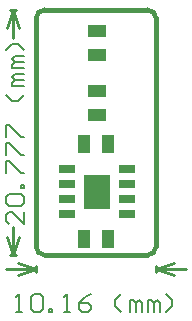
<source format=gtp>
G04 Layer_Color=8421504*
%FSLAX44Y44*%
%MOMM*%
G71*
G01*
G75*
%ADD10R,1.5240X1.0160*%
%ADD11R,1.0160X1.5240*%
%ADD12R,1.4000X0.7000*%
%ADD13R,2.2600X2.9900*%
%ADD15C,0.4000*%
%ADD16C,0.2540*%
%ADD17C,0.1524*%
D10*
X237236Y277114D02*
D03*
Y256794D02*
D03*
Y328168D02*
D03*
Y307848D02*
D03*
D11*
X226568Y232156D02*
D03*
X246888D02*
D03*
Y151892D02*
D03*
X226568D02*
D03*
D12*
X211482Y211074D02*
D03*
Y198374D02*
D03*
Y185674D02*
D03*
Y172974D02*
D03*
X262482Y211074D02*
D03*
Y198374D02*
D03*
Y185674D02*
D03*
Y172974D02*
D03*
D13*
X236982Y192024D02*
D03*
D15*
X185674Y145542D02*
G03*
X193040Y138176I7366J0D01*
G01*
X279908D02*
G03*
X287274Y145542I0J7366D01*
G01*
X287270Y338582D02*
G03*
X279904Y345948I-7366J0D01*
G01*
X193040D02*
G03*
X185674Y338582I0J-7366D01*
G01*
X193040Y138176D02*
X279908D01*
X287270Y145542D02*
X287274D01*
X287270D02*
Y338582D01*
X193040Y345948D02*
X279904D01*
X185674Y145542D02*
Y338582D01*
D16*
X287274Y123698D02*
Y128778D01*
X185678Y123698D02*
Y128778D01*
X287274Y126238D02*
X302514Y121158D01*
X287274Y126238D02*
X302514Y131318D01*
X170438Y121158D02*
X185678Y126238D01*
X170438Y131318D02*
X185678Y126238D01*
X287274D02*
X312674D01*
X160278D02*
X185678D01*
X163832Y345923D02*
X168913D01*
X163832Y138151D02*
X168913D01*
X166373Y345923D02*
X171453Y330683D01*
X161292D02*
X166373Y345923D01*
Y138151D02*
X171453Y153391D01*
X161292D02*
X166373Y138151D01*
Y322277D02*
Y345923D01*
Y138151D02*
Y161798D01*
D17*
X168933Y89672D02*
X174012D01*
X171473D01*
Y104907D01*
X168933Y102368D01*
X181629D02*
X184168Y104907D01*
X189247D01*
X191786Y102368D01*
Y92211D01*
X189247Y89672D01*
X184168D01*
X181629Y92211D01*
Y102368D01*
X196864Y89672D02*
Y92211D01*
X199403D01*
Y89672D01*
X196864D01*
X209560D02*
X214639D01*
X212099D01*
Y104907D01*
X209560Y102368D01*
X232413Y104907D02*
X227334Y102368D01*
X222256Y97289D01*
Y92211D01*
X224795Y89672D01*
X229874D01*
X232413Y92211D01*
Y94750D01*
X229874Y97289D01*
X222256D01*
X257805Y89672D02*
X252726Y94750D01*
Y99829D01*
X257805Y104907D01*
X265422Y89672D02*
Y99829D01*
X267961D01*
X270501Y97289D01*
Y89672D01*
Y97289D01*
X273040Y99829D01*
X275579Y97289D01*
Y89672D01*
X280657D02*
Y99829D01*
X283196D01*
X285735Y97289D01*
Y89672D01*
Y97289D01*
X288275Y99829D01*
X290814Y97289D01*
Y89672D01*
X295892D02*
X300971Y94750D01*
Y99829D01*
X295892Y104907D01*
X175514Y174495D02*
Y164338D01*
X165357Y174495D01*
X162818D01*
X160279Y171956D01*
Y166877D01*
X162818Y164338D01*
Y179573D02*
X160279Y182112D01*
Y187191D01*
X162818Y189730D01*
X172975D01*
X175514Y187191D01*
Y182112D01*
X172975Y179573D01*
X162818D01*
X175514Y194808D02*
X172975D01*
Y197347D01*
X175514D01*
Y194808D01*
X160279Y207504D02*
Y217661D01*
X162818D01*
X172975Y207504D01*
X175514D01*
X160279Y222739D02*
Y232896D01*
X162818D01*
X172975Y222739D01*
X175514D01*
X160279Y237974D02*
Y248131D01*
X162818D01*
X172975Y237974D01*
X175514D01*
Y273523D02*
X170436Y268444D01*
X165357D01*
X160279Y273523D01*
X175514Y281140D02*
X165357D01*
Y283679D01*
X167896Y286219D01*
X175514D01*
X167896D01*
X165357Y288758D01*
X167896Y291297D01*
X175514D01*
Y296375D02*
X165357D01*
Y298915D01*
X167896Y301454D01*
X175514D01*
X167896D01*
X165357Y303993D01*
X167896Y306532D01*
X175514D01*
Y311610D02*
X170436Y316689D01*
X165357D01*
X160279Y311610D01*
M02*

</source>
